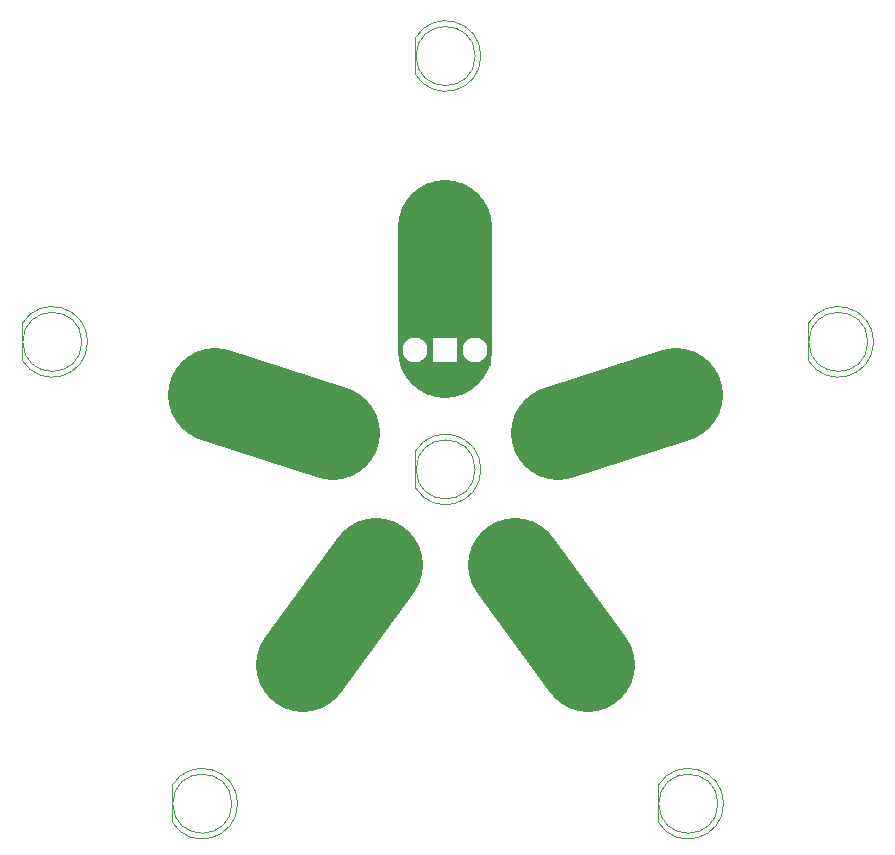
<source format=gbr>
G04 #@! TF.GenerationSoftware,KiCad,Pcbnew,(5.1.2)-2*
G04 #@! TF.CreationDate,2019-11-11T22:41:20-05:00*
G04 #@! TF.ProjectId,LightStar_RevA,4c696768-7453-4746-9172-5f526576412e,rev?*
G04 #@! TF.SameCoordinates,Original*
G04 #@! TF.FileFunction,Legend,Top*
G04 #@! TF.FilePolarity,Positive*
%FSLAX46Y46*%
G04 Gerber Fmt 4.6, Leading zero omitted, Abs format (unit mm)*
G04 Created by KiCad (PCBNEW (5.1.2)-2) date 2019-11-11 22:41:20*
%MOMM*%
%LPD*%
G04 APERTURE LIST*
%ADD10C,8.000000*%
%ADD11C,0.120000*%
%ADD12C,0.100000*%
%ADD13R,1.902000X1.902000*%
%ADD14C,1.902000*%
%ADD15C,1.002000*%
%ADD16C,2.102000*%
%ADD17R,2.102000X2.102000*%
G04 APERTURE END LIST*
D10*
X148500000Y-99000000D02*
X148499999Y-88500001D01*
X154377852Y-117090170D02*
X160549596Y-125584848D01*
X142622147Y-117090170D02*
X136450403Y-125584848D01*
X138989434Y-105909830D02*
X129003342Y-102665153D01*
X158010565Y-105909830D02*
X167996657Y-102665150D01*
D11*
X151510000Y-109000462D02*
G75*
G03X145960000Y-107455170I-2990000J462D01*
G01*
X151510000Y-108999538D02*
G75*
G02X145960000Y-110544830I-2990000J-462D01*
G01*
X151020000Y-109000000D02*
G75*
G03X151020000Y-109000000I-2500000J0D01*
G01*
X145960000Y-107455000D02*
X145960000Y-110545000D01*
X125360000Y-135755000D02*
X125360000Y-138845000D01*
X130420000Y-137300000D02*
G75*
G03X130420000Y-137300000I-2500000J0D01*
G01*
X130910000Y-137299538D02*
G75*
G02X125360000Y-138844830I-2990000J-462D01*
G01*
X130910000Y-137300462D02*
G75*
G03X125360000Y-135755170I-2990000J462D01*
G01*
X118210000Y-98200462D02*
G75*
G03X112660000Y-96655170I-2990000J462D01*
G01*
X118210000Y-98199538D02*
G75*
G02X112660000Y-99744830I-2990000J-462D01*
G01*
X117720000Y-98200000D02*
G75*
G03X117720000Y-98200000I-2500000J0D01*
G01*
X112660000Y-96655000D02*
X112660000Y-99745000D01*
X145960000Y-72455000D02*
X145960000Y-75545000D01*
X151020000Y-74000000D02*
G75*
G03X151020000Y-74000000I-2500000J0D01*
G01*
X151510000Y-73999538D02*
G75*
G02X145960000Y-75544830I-2990000J-462D01*
G01*
X151510000Y-74000462D02*
G75*
G03X145960000Y-72455170I-2990000J462D01*
G01*
X184760000Y-98200462D02*
G75*
G03X179210000Y-96655170I-2990000J462D01*
G01*
X184760000Y-98199538D02*
G75*
G02X179210000Y-99744830I-2990000J-462D01*
G01*
X184270000Y-98200000D02*
G75*
G03X184270000Y-98200000I-2500000J0D01*
G01*
X179210000Y-96655000D02*
X179210000Y-99745000D01*
X166510000Y-135755000D02*
X166510000Y-138845000D01*
X171570000Y-137300000D02*
G75*
G03X171570000Y-137300000I-2500000J0D01*
G01*
X172060000Y-137299538D02*
G75*
G02X166510000Y-138844830I-2990000J-462D01*
G01*
X172060000Y-137300462D02*
G75*
G03X166510000Y-135755170I-2990000J462D01*
G01*
D12*
X152310000Y-96310000D02*
X144690000Y-96310000D01*
X152310000Y-100120000D02*
X152310000Y-97580000D01*
X144690000Y-100120000D02*
X152310000Y-100120000D01*
X144690000Y-97580000D02*
X144690000Y-100120000D01*
X145960000Y-100120000D02*
G75*
G03X148500000Y-102660000I2540000J0D01*
G01*
X148500000Y-102660000D02*
G75*
G03X151040000Y-100120000I0J2540000D01*
G01*
X152310000Y-87420000D02*
X152310000Y-96310000D01*
X144690000Y-87420000D02*
X152310000Y-87420000D01*
X144690000Y-96310000D02*
X144690000Y-87420000D01*
X148500000Y-88690000D02*
G75*
G03X145960000Y-91230000I0J-2540000D01*
G01*
X151040000Y-91230000D02*
G75*
G03X148500000Y-88690000I-2540000J0D01*
G01*
X151040000Y-95040000D02*
X151040000Y-91230000D01*
X145960000Y-95040000D02*
X151040000Y-95040000D01*
X145960000Y-91230000D02*
X145960000Y-95040000D01*
X151040000Y-91230000D02*
X145960000Y-95040000D01*
X145960000Y-91230000D02*
X151040000Y-95040000D01*
X144690000Y-97580000D02*
X152310000Y-97580000D01*
X145960000Y-98850000D02*
X145960000Y-96310000D01*
X148500000Y-98850000D02*
X148500000Y-96310000D01*
X151040000Y-98850000D02*
X151040000Y-96310000D01*
%LPC*%
D13*
X147250000Y-109000000D03*
D14*
X149790000Y-109000000D03*
X129190000Y-137300000D03*
D13*
X126650000Y-137300000D03*
X113950000Y-98200000D03*
D14*
X116490000Y-98200000D03*
X149790000Y-74000000D03*
D13*
X147250000Y-74000000D03*
X180500000Y-98200000D03*
D14*
X183040000Y-98200000D03*
X170340000Y-137300000D03*
D13*
X167800000Y-137300000D03*
D15*
X161769556Y-136948653D03*
X159342505Y-135185298D03*
D16*
X151040000Y-98850000D03*
D17*
X148500000Y-98850000D03*
D16*
X145960000Y-98850000D03*
M02*

</source>
